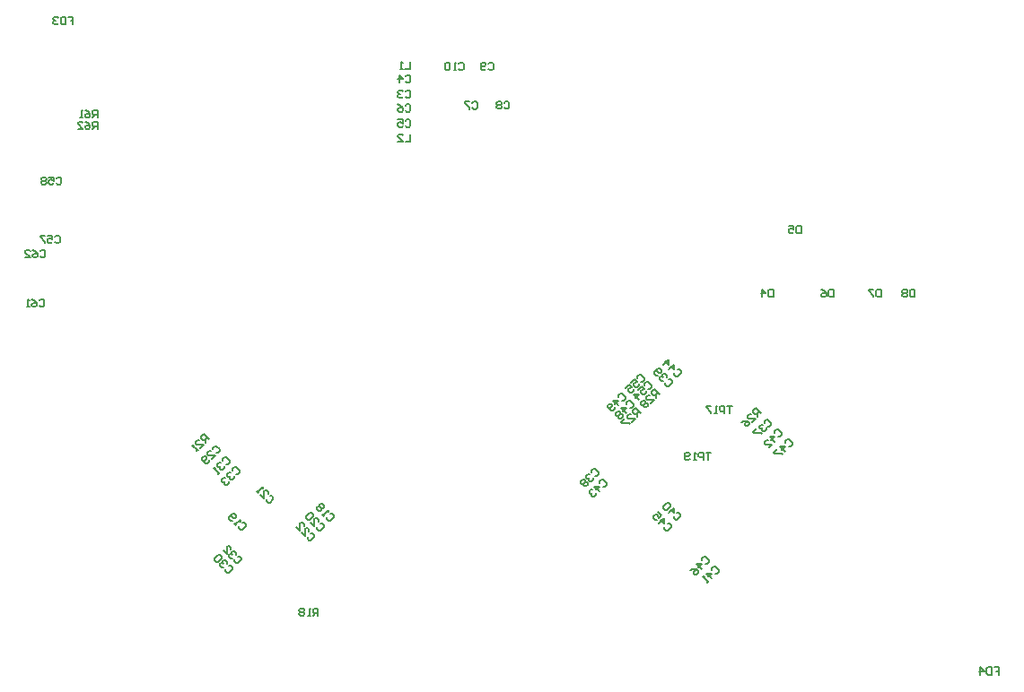
<source format=gbo>
G04*
G04 #@! TF.GenerationSoftware,Altium Limited,Altium Designer,23.5.1 (21)*
G04*
G04 Layer_Color=32896*
%FSLAX43Y43*%
%MOMM*%
G71*
G04*
G04 #@! TF.SameCoordinates,091AA0F9-E177-443C-B5AA-68A9A74CA1F2*
G04*
G04*
G04 #@! TF.FilePolarity,Positive*
G04*
G01*
G75*
%ADD21C,0.153*%
D21*
X12258Y57850D02*
Y58550D01*
X11908D01*
X11792Y58433D01*
Y58200D01*
X11908Y58083D01*
X12258D01*
X12025D02*
X11792Y57850D01*
X11092Y58550D02*
X11325Y58433D01*
X11558Y58200D01*
Y57967D01*
X11442Y57850D01*
X11208D01*
X11092Y57967D01*
Y58083D01*
X11208Y58200D01*
X11558D01*
X10392Y57850D02*
X10858D01*
X10392Y58317D01*
Y58433D01*
X10509Y58550D01*
X10742D01*
X10858Y58433D01*
X12258Y58925D02*
Y59625D01*
X11908D01*
X11792Y59508D01*
Y59275D01*
X11908Y59158D01*
X12258D01*
X12025D02*
X11792Y58925D01*
X11092Y59625D02*
X11325Y59508D01*
X11558Y59275D01*
Y59042D01*
X11442Y58925D01*
X11208D01*
X11092Y59042D01*
Y59158D01*
X11208Y59275D01*
X11558D01*
X10858Y58925D02*
X10625D01*
X10742D01*
Y59625D01*
X10858Y59508D01*
X23140Y27570D02*
Y27735D01*
X23305Y27900D01*
X23470D01*
X23800Y27570D01*
Y27405D01*
X23635Y27240D01*
X23470D01*
X23057Y26663D02*
X23387Y26993D01*
X22728D01*
X22645Y27075D01*
Y27240D01*
X22810Y27405D01*
X22975D01*
X22810Y26580D02*
Y26415D01*
X22645Y26250D01*
X22480D01*
X22150Y26580D01*
Y26745D01*
X22315Y26910D01*
X22480D01*
X22563Y26828D01*
Y26663D01*
X22315Y26415D01*
X70125Y27300D02*
X69658D01*
X69891D01*
Y26600D01*
X69425D02*
Y27300D01*
X69075D01*
X68958Y27183D01*
Y26950D01*
X69075Y26833D01*
X69425D01*
X68725Y26600D02*
X68492D01*
X68608D01*
Y27300D01*
X68725Y27183D01*
X68142Y26717D02*
X68025Y26600D01*
X67792D01*
X67675Y26717D01*
Y27183D01*
X67792Y27300D01*
X68025D01*
X68142Y27183D01*
Y27067D01*
X68025Y26950D01*
X67675D01*
X72125Y31675D02*
X71658D01*
X71891D01*
Y30975D01*
X71425D02*
Y31675D01*
X71075D01*
X70958Y31558D01*
Y31325D01*
X71075Y31208D01*
X71425D01*
X70725Y30975D02*
X70492D01*
X70608D01*
Y31675D01*
X70725Y31558D01*
X70142Y31675D02*
X69675D01*
Y31558D01*
X70142Y31092D01*
Y30975D01*
X65282Y32787D02*
X64787Y33282D01*
X64540Y33035D01*
Y32870D01*
X64705Y32705D01*
X64870D01*
X65117Y32952D01*
X64952Y32787D02*
Y32457D01*
X64457Y31963D02*
X64787Y32293D01*
X64128D01*
X64045Y32375D01*
Y32540D01*
X64210Y32705D01*
X64375D01*
X63880Y32210D02*
X63715D01*
X63550Y32045D01*
Y31880D01*
X63633Y31798D01*
X63798D01*
Y31633D01*
X63880Y31550D01*
X64045D01*
X64210Y31715D01*
Y31880D01*
X64128Y31963D01*
X63963D01*
Y32128D01*
X63880Y32210D01*
X63963Y31963D02*
X63798Y31798D01*
X63507Y30987D02*
X63012Y31482D01*
X62765Y31235D01*
Y31070D01*
X62930Y30905D01*
X63095D01*
X63342Y31152D01*
X63177Y30987D02*
Y30657D01*
X62682Y30163D02*
X63012Y30493D01*
X62353D01*
X62270Y30575D01*
Y30740D01*
X62435Y30905D01*
X62600D01*
X62023Y30493D02*
X61693Y30163D01*
X61775Y30080D01*
X62435D01*
X62518Y29998D01*
X74832Y31012D02*
X74337Y31507D01*
X74090Y31260D01*
Y31095D01*
X74255Y30930D01*
X74420D01*
X74667Y31177D01*
X74502Y31012D02*
Y30682D01*
X74007Y30188D02*
X74337Y30518D01*
X73678D01*
X73595Y30600D01*
Y30765D01*
X73760Y30930D01*
X73925D01*
X73018Y30188D02*
X73265Y30270D01*
X73595D01*
X73760Y30105D01*
Y29940D01*
X73595Y29775D01*
X73430D01*
X73348Y29858D01*
Y30023D01*
X73595Y30270D01*
X22775Y28555D02*
X22280Y29050D01*
X22032Y28802D01*
Y28637D01*
X22197Y28472D01*
X22362D01*
X22610Y28720D01*
X22445Y28555D02*
Y28225D01*
X21950Y27730D02*
X22280Y28060D01*
X21620D01*
X21538Y28143D01*
Y28307D01*
X21703Y28472D01*
X21868D01*
X21785Y27565D02*
X21620Y27400D01*
X21703Y27483D01*
X21208Y27978D01*
X21373D01*
X33050Y11875D02*
Y12575D01*
X32700D01*
X32583Y12458D01*
Y12225D01*
X32700Y12108D01*
X33050D01*
X32816D02*
X32583Y11875D01*
X32350D02*
X32117D01*
X32233D01*
Y12575D01*
X32350Y12458D01*
X31767D02*
X31650Y12575D01*
X31417D01*
X31300Y12458D01*
Y12342D01*
X31417Y12225D01*
X31300Y12108D01*
Y11992D01*
X31417Y11875D01*
X31650D01*
X31767Y11992D01*
Y12108D01*
X31650Y12225D01*
X31767Y12342D01*
Y12458D01*
X31650Y12225D02*
X31417D01*
X41770Y57362D02*
Y56662D01*
X41303D01*
X40603D02*
X41070D01*
X40603Y57129D01*
Y57245D01*
X40720Y57362D01*
X40953D01*
X41070Y57245D01*
X41742Y64225D02*
Y63525D01*
X41275D01*
X41042D02*
X40808D01*
X40925D01*
Y64225D01*
X41042Y64108D01*
X96842Y7000D02*
X97308D01*
Y6650D01*
X97075D01*
X97308D01*
Y6300D01*
X96608Y7000D02*
Y6300D01*
X96258D01*
X96142Y6417D01*
Y6883D01*
X96258Y7000D01*
X96608D01*
X95559Y6300D02*
Y7000D01*
X95908Y6650D01*
X95442D01*
X9492Y68450D02*
X9958D01*
Y68100D01*
X9725D01*
X9958D01*
Y67750D01*
X9258Y68450D02*
Y67750D01*
X8908D01*
X8792Y67867D01*
Y68333D01*
X8908Y68450D01*
X9258D01*
X8558Y68333D02*
X8442Y68450D01*
X8209D01*
X8092Y68333D01*
Y68217D01*
X8209Y68100D01*
X8325D01*
X8209D01*
X8092Y67983D01*
Y67867D01*
X8209Y67750D01*
X8442D01*
X8558Y67867D01*
X89358Y42675D02*
Y41975D01*
X89008D01*
X88892Y42092D01*
Y42558D01*
X89008Y42675D01*
X89358D01*
X88658Y42558D02*
X88542Y42675D01*
X88308D01*
X88192Y42558D01*
Y42442D01*
X88308Y42325D01*
X88192Y42208D01*
Y42092D01*
X88308Y41975D01*
X88542D01*
X88658Y42092D01*
Y42208D01*
X88542Y42325D01*
X88658Y42442D01*
Y42558D01*
X88542Y42325D02*
X88308D01*
X86183Y42675D02*
Y41975D01*
X85833D01*
X85717Y42092D01*
Y42558D01*
X85833Y42675D01*
X86183D01*
X85483D02*
X85017D01*
Y42558D01*
X85483Y42092D01*
Y41975D01*
X81708Y42675D02*
Y41975D01*
X81358D01*
X81242Y42092D01*
Y42558D01*
X81358Y42675D01*
X81708D01*
X80542D02*
X80775Y42558D01*
X81008Y42325D01*
Y42092D01*
X80892Y41975D01*
X80658D01*
X80542Y42092D01*
Y42208D01*
X80658Y42325D01*
X81008D01*
X78633Y48675D02*
Y47975D01*
X78283D01*
X78167Y48092D01*
Y48558D01*
X78283Y48675D01*
X78633D01*
X77467D02*
X77933D01*
Y48325D01*
X77700Y48442D01*
X77583D01*
X77467Y48325D01*
Y48092D01*
X77583Y47975D01*
X77817D01*
X77933Y48092D01*
X76008Y42675D02*
Y41975D01*
X75658D01*
X75542Y42092D01*
Y42558D01*
X75658Y42675D01*
X76008D01*
X74958Y41975D02*
Y42675D01*
X75308Y42325D01*
X74842D01*
X46333Y64008D02*
X46450Y64125D01*
X46683D01*
X46800Y64008D01*
Y63542D01*
X46683Y63425D01*
X46450D01*
X46333Y63542D01*
X46100Y63425D02*
X45867D01*
X45983D01*
Y64125D01*
X46100Y64008D01*
X45517D02*
X45400Y64125D01*
X45167D01*
X45050Y64008D01*
Y63542D01*
X45167Y63425D01*
X45400D01*
X45517Y63542D01*
Y64008D01*
X49142D02*
X49258Y64125D01*
X49492D01*
X49608Y64008D01*
Y63542D01*
X49492Y63425D01*
X49258D01*
X49142Y63542D01*
X48908D02*
X48792Y63425D01*
X48558D01*
X48442Y63542D01*
Y64008D01*
X48558Y64125D01*
X48792D01*
X48908Y64008D01*
Y63892D01*
X48792Y63775D01*
X48442D01*
X50617Y60333D02*
X50733Y60450D01*
X50967D01*
X51083Y60333D01*
Y59867D01*
X50967Y59750D01*
X50733D01*
X50617Y59867D01*
X50383Y60333D02*
X50267Y60450D01*
X50033D01*
X49917Y60333D01*
Y60217D01*
X50033Y60100D01*
X49917Y59983D01*
Y59867D01*
X50033Y59750D01*
X50267D01*
X50383Y59867D01*
Y59983D01*
X50267Y60100D01*
X50383Y60217D01*
Y60333D01*
X50267Y60100D02*
X50033D01*
X47617Y60308D02*
X47733Y60425D01*
X47967D01*
X48083Y60308D01*
Y59842D01*
X47967Y59725D01*
X47733D01*
X47617Y59842D01*
X47383Y60425D02*
X46917D01*
Y60308D01*
X47383Y59842D01*
Y59725D01*
X41303Y60065D02*
X41420Y60181D01*
X41653D01*
X41770Y60065D01*
Y59598D01*
X41653Y59481D01*
X41420D01*
X41303Y59598D01*
X40603Y60181D02*
X40836Y60065D01*
X41070Y59831D01*
Y59598D01*
X40953Y59481D01*
X40720D01*
X40603Y59598D01*
Y59715D01*
X40720Y59831D01*
X41070D01*
X41303Y58617D02*
X41420Y58733D01*
X41653D01*
X41770Y58617D01*
Y58150D01*
X41653Y58034D01*
X41420D01*
X41303Y58150D01*
X40603Y58733D02*
X41070D01*
Y58383D01*
X40836Y58500D01*
X40720D01*
X40603Y58383D01*
Y58150D01*
X40720Y58034D01*
X40953D01*
X41070Y58150D01*
X41303Y62808D02*
X41420Y62924D01*
X41653D01*
X41770Y62808D01*
Y62341D01*
X41653Y62225D01*
X41420D01*
X41303Y62341D01*
X40720Y62225D02*
Y62924D01*
X41070Y62574D01*
X40603D01*
X41303Y61385D02*
X41420Y61502D01*
X41653D01*
X41770Y61385D01*
Y60919D01*
X41653Y60802D01*
X41420D01*
X41303Y60919D01*
X41070Y61385D02*
X40953Y61502D01*
X40720D01*
X40603Y61385D01*
Y61269D01*
X40720Y61152D01*
X40836D01*
X40720D01*
X40603Y61035D01*
Y60919D01*
X40720Y60802D01*
X40953D01*
X41070Y60919D01*
X6842Y46283D02*
X6958Y46400D01*
X7191D01*
X7308Y46283D01*
Y45817D01*
X7191Y45700D01*
X6958D01*
X6842Y45817D01*
X6142Y46400D02*
X6375Y46283D01*
X6608Y46050D01*
Y45817D01*
X6492Y45700D01*
X6258D01*
X6142Y45817D01*
Y45933D01*
X6258Y46050D01*
X6608D01*
X5442Y45700D02*
X5908D01*
X5442Y46167D01*
Y46283D01*
X5559Y46400D01*
X5792D01*
X5908Y46283D01*
X6750Y41633D02*
X6867Y41750D01*
X7100D01*
X7216Y41633D01*
Y41167D01*
X7100Y41050D01*
X6867D01*
X6750Y41167D01*
X6050Y41750D02*
X6283Y41633D01*
X6517Y41400D01*
Y41167D01*
X6400Y41050D01*
X6167D01*
X6050Y41167D01*
Y41283D01*
X6167Y41400D01*
X6517D01*
X5817Y41050D02*
X5584D01*
X5700D01*
Y41750D01*
X5817Y41633D01*
X8367Y53183D02*
X8483Y53300D01*
X8716D01*
X8833Y53183D01*
Y52717D01*
X8716Y52600D01*
X8483D01*
X8367Y52717D01*
X7667Y53300D02*
X8133D01*
Y52950D01*
X7900Y53067D01*
X7783D01*
X7667Y52950D01*
Y52717D01*
X7783Y52600D01*
X8017D01*
X8133Y52717D01*
X7433Y53183D02*
X7317Y53300D01*
X7084D01*
X6967Y53183D01*
Y53067D01*
X7084Y52950D01*
X6967Y52833D01*
Y52717D01*
X7084Y52600D01*
X7317D01*
X7433Y52717D01*
Y52833D01*
X7317Y52950D01*
X7433Y53067D01*
Y53183D01*
X7317Y52950D02*
X7084D01*
X8242Y47658D02*
X8358Y47775D01*
X8591D01*
X8708Y47658D01*
Y47192D01*
X8591Y47075D01*
X8358D01*
X8242Y47192D01*
X7542Y47775D02*
X8008D01*
Y47425D01*
X7775Y47542D01*
X7658D01*
X7542Y47425D01*
Y47192D01*
X7658Y47075D01*
X7892D01*
X8008Y47192D01*
X7308Y47775D02*
X6842D01*
Y47658D01*
X7308Y47192D01*
Y47075D01*
X63165Y34270D02*
Y34435D01*
X63330Y34600D01*
X63495D01*
X63825Y34270D01*
Y34105D01*
X63660Y33940D01*
X63495D01*
X62588Y33857D02*
X62918Y34187D01*
X63165Y33940D01*
X62918Y33857D01*
X62835Y33775D01*
Y33610D01*
X63000Y33445D01*
X63165D01*
X63330Y33610D01*
Y33775D01*
X62093Y33363D02*
X62423Y33693D01*
X62670Y33445D01*
X62423Y33363D01*
X62340Y33280D01*
Y33115D01*
X62505Y32950D01*
X62670D01*
X62835Y33115D01*
Y33280D01*
X63865Y33595D02*
Y33760D01*
X64030Y33925D01*
X64195D01*
X64525Y33595D01*
Y33430D01*
X64360Y33265D01*
X64195D01*
X63288Y33182D02*
X63618Y33512D01*
X63865Y33265D01*
X63618Y33182D01*
X63535Y33100D01*
Y32935D01*
X63700Y32770D01*
X63865D01*
X64030Y32935D01*
Y33100D01*
X63370Y32275D02*
X62875Y32770D01*
X63370D01*
X63040Y32440D01*
X61415Y32545D02*
Y32710D01*
X61580Y32875D01*
X61745D01*
X62075Y32545D01*
Y32380D01*
X61910Y32215D01*
X61745D01*
X61415Y31720D02*
X60920Y32215D01*
X61415D01*
X61085Y31885D01*
Y31555D02*
Y31390D01*
X60920Y31225D01*
X60755D01*
X60425Y31555D01*
Y31720D01*
X60590Y31885D01*
X60755D01*
X60838Y31803D01*
Y31638D01*
X60590Y31390D01*
X62140Y31845D02*
Y32010D01*
X62305Y32175D01*
X62470D01*
X62800Y31845D01*
Y31680D01*
X62635Y31515D01*
X62470D01*
X62140Y31020D02*
X61645Y31515D01*
X62140D01*
X61810Y31185D01*
X61480D02*
X61315D01*
X61150Y31020D01*
Y30855D01*
X61233Y30773D01*
X61398D01*
Y30608D01*
X61480Y30525D01*
X61645D01*
X61810Y30690D01*
Y30855D01*
X61728Y30938D01*
X61563D01*
Y31103D01*
X61480Y31185D01*
X61563Y30938D02*
X61398Y30773D01*
X77140Y28170D02*
Y28335D01*
X77305Y28500D01*
X77470D01*
X77800Y28170D01*
Y28005D01*
X77635Y27840D01*
X77470D01*
X77140Y27345D02*
X76645Y27840D01*
X77140D01*
X76810Y27510D01*
X76398Y27593D02*
X76068Y27263D01*
X76150Y27180D01*
X76810D01*
X76893Y27098D01*
X69265Y17095D02*
Y17260D01*
X69430Y17425D01*
X69595D01*
X69925Y17095D01*
Y16930D01*
X69760Y16765D01*
X69595D01*
X69265Y16270D02*
X68770Y16765D01*
X69265D01*
X68935Y16435D01*
X68193Y16188D02*
X68440Y16270D01*
X68770D01*
X68935Y16105D01*
Y15940D01*
X68770Y15775D01*
X68605D01*
X68523Y15858D01*
Y16023D01*
X68770Y16270D01*
X66045Y20585D02*
X66210D01*
X66375Y20420D01*
Y20255D01*
X66045Y19925D01*
X65880D01*
X65715Y20090D01*
Y20255D01*
X65220Y20585D02*
X65715Y21080D01*
Y20585D01*
X65385Y20915D01*
X65138Y21657D02*
X65468Y21327D01*
X65220Y21080D01*
X65138Y21327D01*
X65055Y21410D01*
X64890D01*
X64725Y21245D01*
Y21080D01*
X64890Y20915D01*
X65055D01*
X66995Y35110D02*
X67160D01*
X67325Y34945D01*
Y34780D01*
X66995Y34450D01*
X66830D01*
X66665Y34615D01*
Y34780D01*
X66170Y35110D02*
X66665Y35605D01*
Y35110D01*
X66335Y35440D01*
X65675Y35605D02*
X66170Y36100D01*
Y35605D01*
X65840Y35935D01*
X59640Y24420D02*
Y24585D01*
X59805Y24750D01*
X59970D01*
X60300Y24420D01*
Y24255D01*
X60135Y24090D01*
X59970D01*
X59640Y23595D02*
X59145Y24090D01*
X59640D01*
X59310Y23760D01*
X58980D02*
X58815D01*
X58650Y23595D01*
Y23430D01*
X58733Y23348D01*
X58898D01*
X58980Y23430D01*
X58898Y23348D01*
Y23183D01*
X58980Y23100D01*
X59145D01*
X59310Y23265D01*
Y23430D01*
X76165Y29145D02*
Y29310D01*
X76330Y29475D01*
X76495D01*
X76825Y29145D01*
Y28980D01*
X76660Y28815D01*
X76495D01*
X76165Y28320D02*
X75670Y28815D01*
X76165D01*
X75835Y28485D01*
X75588Y27743D02*
X75918Y28073D01*
X75258D01*
X75175Y28155D01*
Y28320D01*
X75340Y28485D01*
X75505D01*
X70207Y16212D02*
Y16377D01*
X70372Y16542D01*
X70537D01*
X70867Y16212D01*
Y16047D01*
X70702Y15882D01*
X70537D01*
X70207Y15388D02*
X69713Y15882D01*
X70207D01*
X69878Y15553D01*
X69960Y15140D02*
X69795Y14975D01*
X69878Y15058D01*
X69383Y15553D01*
X69548D01*
X66945Y21560D02*
X67110D01*
X67275Y21395D01*
Y21230D01*
X66945Y20900D01*
X66780D01*
X66615Y21065D01*
Y21230D01*
X66120Y21560D02*
X66615Y22055D01*
Y21560D01*
X66285Y21890D01*
Y22220D02*
Y22385D01*
X66120Y22550D01*
X65955D01*
X65625Y22220D01*
Y22055D01*
X65790Y21890D01*
X65955D01*
X66285Y22220D01*
X66145Y34210D02*
X66310D01*
X66475Y34045D01*
Y33880D01*
X66145Y33550D01*
X65980D01*
X65815Y33715D01*
Y33880D01*
X65980Y34375D02*
Y34540D01*
X65815Y34705D01*
X65650D01*
X65568Y34622D01*
Y34457D01*
X65650Y34375D01*
X65568Y34457D01*
X65403D01*
X65320Y34375D01*
Y34210D01*
X65485Y34045D01*
X65650D01*
X65155Y34540D02*
X64990D01*
X64825Y34705D01*
Y34870D01*
X65155Y35200D01*
X65320D01*
X65485Y35035D01*
Y34870D01*
X65403Y34787D01*
X65238D01*
X64990Y35035D01*
X58840Y25420D02*
Y25585D01*
X59005Y25750D01*
X59170D01*
X59500Y25420D01*
Y25255D01*
X59335Y25090D01*
X59170D01*
X58675Y25255D02*
X58510D01*
X58345Y25090D01*
Y24925D01*
X58428Y24843D01*
X58593D01*
X58675Y24925D01*
X58593Y24843D01*
Y24678D01*
X58675Y24595D01*
X58840D01*
X59005Y24760D01*
Y24925D01*
X58180Y24760D02*
X58015D01*
X57850Y24595D01*
Y24430D01*
X57933Y24348D01*
X58098D01*
Y24183D01*
X58180Y24100D01*
X58345D01*
X58510Y24265D01*
Y24430D01*
X58428Y24513D01*
X58263D01*
Y24678D01*
X58180Y24760D01*
X58263Y24513D02*
X58098Y24348D01*
X75165Y30095D02*
Y30260D01*
X75330Y30425D01*
X75495D01*
X75825Y30095D01*
Y29930D01*
X75660Y29765D01*
X75495D01*
X75000Y29930D02*
X74835D01*
X74670Y29765D01*
Y29600D01*
X74753Y29518D01*
X74918D01*
X75000Y29600D01*
X74918Y29518D01*
Y29353D01*
X75000Y29270D01*
X75165D01*
X75330Y29435D01*
Y29600D01*
X74423Y29518D02*
X74093Y29188D01*
X74175Y29105D01*
X74835D01*
X74918Y29023D01*
X24990Y25545D02*
Y25710D01*
X25155Y25875D01*
X25320D01*
X25650Y25545D01*
Y25380D01*
X25485Y25215D01*
X25320D01*
X24825Y25380D02*
X24660D01*
X24495Y25215D01*
Y25050D01*
X24578Y24968D01*
X24743D01*
X24825Y25050D01*
X24743Y24968D01*
Y24803D01*
X24825Y24720D01*
X24990D01*
X25155Y24885D01*
Y25050D01*
X24330Y24885D02*
X24165D01*
X24000Y24720D01*
Y24555D01*
X24083Y24473D01*
X24248D01*
X24330Y24555D01*
X24248Y24473D01*
Y24308D01*
X24330Y24225D01*
X24495D01*
X24660Y24390D01*
Y24555D01*
X25520Y17485D02*
X25685D01*
X25850Y17320D01*
Y17155D01*
X25520Y16825D01*
X25355D01*
X25190Y16990D01*
Y17155D01*
X25355Y17650D02*
Y17815D01*
X25190Y17980D01*
X25025D01*
X24943Y17897D01*
Y17732D01*
X25025Y17650D01*
X24943Y17732D01*
X24778D01*
X24695Y17650D01*
Y17485D01*
X24860Y17320D01*
X25025D01*
X24118Y18062D02*
X24448Y17732D01*
Y18392D01*
X24530Y18475D01*
X24695D01*
X24860Y18310D01*
Y18145D01*
X24057Y26487D02*
Y26652D01*
X24222Y26817D01*
X24387D01*
X24717Y26487D01*
Y26322D01*
X24552Y26157D01*
X24387D01*
X23893Y26322D02*
X23728D01*
X23563Y26157D01*
Y25993D01*
X23645Y25910D01*
X23810D01*
X23893Y25993D01*
X23810Y25910D01*
Y25745D01*
X23893Y25663D01*
X24057D01*
X24222Y25828D01*
Y25993D01*
X23810Y25415D02*
X23645Y25250D01*
X23728Y25333D01*
X23233Y25828D01*
X23398D01*
X24645Y16610D02*
X24810D01*
X24975Y16445D01*
Y16280D01*
X24645Y15950D01*
X24480D01*
X24315Y16115D01*
Y16280D01*
X24480Y16775D02*
Y16940D01*
X24315Y17105D01*
X24150D01*
X24068Y17022D01*
Y16857D01*
X24150Y16775D01*
X24068Y16857D01*
X23903D01*
X23820Y16775D01*
Y16610D01*
X23985Y16445D01*
X24150D01*
X23985Y17270D02*
Y17435D01*
X23820Y17600D01*
X23655D01*
X23325Y17270D01*
Y17105D01*
X23490Y16940D01*
X23655D01*
X23985Y17270D01*
X32395Y19635D02*
X32560D01*
X32725Y19470D01*
Y19305D01*
X32395Y18975D01*
X32230D01*
X32065Y19140D01*
Y19305D01*
X31488Y19718D02*
X31818Y19388D01*
Y20047D01*
X31900Y20130D01*
X32065D01*
X32230Y19965D01*
Y19800D01*
X30993Y20212D02*
X31323Y19882D01*
Y20542D01*
X31405Y20625D01*
X31570D01*
X31735Y20460D01*
Y20295D01*
X28512Y23193D02*
X28677D01*
X28842Y23028D01*
Y22863D01*
X28512Y22533D01*
X28347D01*
X28182Y22698D01*
Y22863D01*
X27605Y23275D02*
X27935Y22945D01*
Y23605D01*
X28018Y23687D01*
X28182D01*
X28347Y23522D01*
Y23357D01*
X27440Y23440D02*
X27275Y23605D01*
X27358Y23522D01*
X27853Y24017D01*
Y23852D01*
X33295Y20585D02*
X33460D01*
X33625Y20420D01*
Y20255D01*
X33295Y19925D01*
X33130D01*
X32965Y20090D01*
Y20255D01*
X32388Y20668D02*
X32718Y20338D01*
Y20997D01*
X32800Y21080D01*
X32965D01*
X33130Y20915D01*
Y20750D01*
X32635Y21245D02*
Y21410D01*
X32470Y21575D01*
X32305D01*
X31975Y21245D01*
Y21080D01*
X32140Y20915D01*
X32305D01*
X32635Y21245D01*
X25929Y20626D02*
X26094D01*
X26258Y20461D01*
Y20296D01*
X25929Y19967D01*
X25764D01*
X25599Y20131D01*
Y20296D01*
X25351Y20379D02*
X25186Y20544D01*
X25269Y20461D01*
X25764Y20956D01*
Y20791D01*
X25021Y20874D02*
X24856D01*
X24692Y21039D01*
Y21204D01*
X25021Y21533D01*
X25186D01*
X25351Y21369D01*
Y21204D01*
X25269Y21121D01*
X25104D01*
X24856Y21369D01*
X34229Y21526D02*
X34394D01*
X34558Y21361D01*
Y21196D01*
X34229Y20867D01*
X34064D01*
X33899Y21031D01*
Y21196D01*
X33651Y21279D02*
X33486Y21444D01*
X33569Y21361D01*
X34064Y21856D01*
Y21691D01*
X33651Y22104D02*
Y22269D01*
X33486Y22433D01*
X33321D01*
X33239Y22351D01*
Y22186D01*
X33074D01*
X32992Y22104D01*
Y21939D01*
X33156Y21774D01*
X33321D01*
X33404Y21856D01*
Y22021D01*
X33569D01*
X33651Y22104D01*
X33404Y22021D02*
X33239Y22186D01*
M02*

</source>
